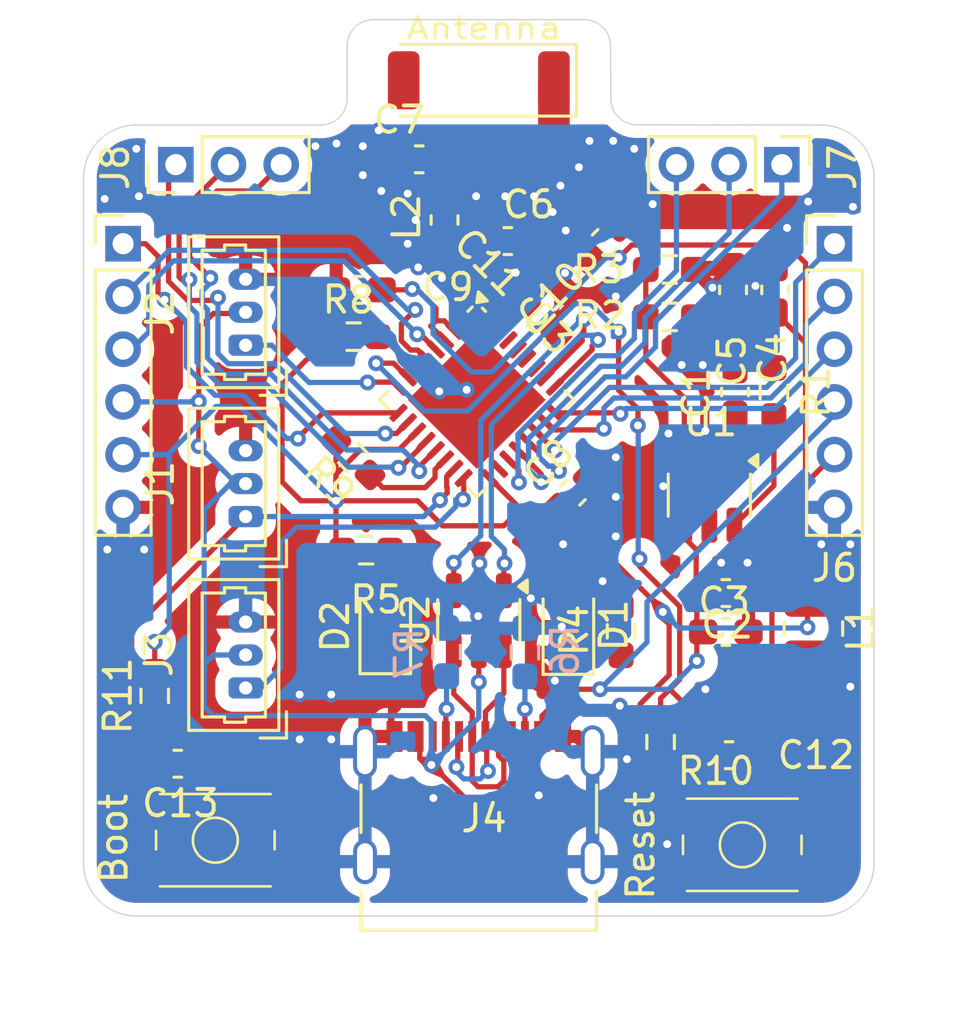
<source format=kicad_pcb>
(kicad_pcb (version 20240108) (generator "pcbnew") (generator_version "8.0")
  (title_block (title "ESP32-C3 LED Board") (date "2025-01-07") (rev "1") (company "Netz39 e.V."))
  (layers (0 "F.Cu" signal) (31 "B.Cu" signal) (34 "B.Paste" user) (35 "F.Paste" user) (36 "B.SilkS" user "B.Silkscreen") (37 "F.SilkS" user "F.Silkscreen") (38 "B.Mask" user) (39 "F.Mask" user) (44 "Edge.Cuts" user))
  (net 0 "")
  (net 1 "Net-(U1-VBST)")
  (net 2 "Net-(C1-Pad2)")
  (net 3 "+5V")
  (net 4 "GND")
  (net 5 "+3.3V")
  (net 6 "Net-(D1-A)")
  (net 7 "Net-(D2-A)")
  (net 8 "/GPIO 13")
  (net 9 "/GPIO 0")
  (net 10 "/GPIO 14")
  (net 11 "Net-(J4-CC2)")
  (net 12 "Net-(J4-CC1)")
  (net 13 "/GPIO 4")
  (net 14 "/GPIO 5")
  (net 15 "Net-(U3-CHIP_EN)")
  (net 16 "VFB")
  (net 17 "Net-(U1-SW)")
  (net 18 "D+")
  (net 19 "Net-(U3-GPIO2)")
  (net 20 "Net-(U3-GPIO8)")
  (net 21 "D-")
  (net 24 "Net-(J4-D+-PadA6)")
  (net 25 "Net-(J4-D--PadA7)")
  (net 26 "/GPIO 12")
  (net 27 "/GPIO 1")
  (net 28 "/GPIO 15")
  (net 29 "/GPIO 7")
  (net 30 "/GPIO 16")
  (net 31 "/GPIO 6")
  (net 33 "/GPIO 17")
  (net 39 "Net-(AE1-FEED)")
  (net 40 "/LED3")
  (net 41 "/Antenna")
  (net 42 "/LED2")
  (net 43 "/LED1")
  (footprint "Resistor_SMD:R_0603_1608Metric_Pad0.98x0.95mm_HandSolder" (layer "F.Cu") (at 94.500001 106.050001 -90)
    (property "Reference" "R11")
    (property "Value" "10k")
  )
  (footprint "Capacitor_SMD:C_0603_1608Metric_Pad1.08x0.95mm_HandSolder" (layer "F.Cu") (at 116.300001 108.300001)
    (property "Reference" "C12")
    (property "Value" "100 nF")
  )
  (footprint "Connector_PinHeader_2.00mm:PinHeader_1x06_P2.00mm_Vertical" (layer "F.Cu") (at 120.300001 88.900001)
    (property "Reference" "J6")
    (property "Value" "Conn_01x06")
  )
  (footprint "Capacitor_SMD:C_0603_1608Metric_Pad1.08x0.95mm_HandSolder" (layer "F.Cu") (at 104.537501 85.700001 180)
    (property "Reference" "C7")
    (property "Value" "3p3")
  )
  (footprint "Resistor_SMD:R_0603_1608Metric_Pad0.98x0.95mm_HandSolder" (layer "F.Cu") (at 102.525001 100.525001)
    (property "Reference" "R5")
    (property "Value" "560Ω")
  )
  (footprint "Capacitor_SMD:C_0603_1608Metric_Pad1.08x0.95mm_HandSolder" (layer "F.Cu") (at 95.375001 108.625001)
    (property "Reference" "C13")
    (property "Value" "100 nF")
  )
  (footprint "Capacitor_SMD:C_0603_1608Metric_Pad1.08x0.95mm_HandSolder" (layer "F.Cu") (at 111.575001 88.825001 45)
    (property "Reference" "C10")
    (property "Value" "100 nF")
  )
  (footprint "Capacitor_SMD:C_0603_1608Metric_Pad1.08x0.95mm_HandSolder" (layer "F.Cu") (at 116.525001 94.525001 90)
    (property "Reference" "C1")
    (property "Value" "100 nF")
  )
  (footprint "Connector_Molex:Molex_PicoBlade_53047-0310_1x03_P1.25mm_Vertical" (layer "F.Cu") (at 97.950001 105.750001 90)
    (property "Reference" "J3")
    (property "Value" "Conn_01x03_MountingPin")
  )
  (footprint "Connector_PinHeader_2.00mm:PinHeader_1x03_P2.00mm_Vertical" (layer "F.Cu") (at 95.300001 85.900001 90)
    (property "Reference" "J8")
    (property "Value" "Conn_01x03_Pin")
  )
  (footprint "Resistor_SMD:R_0603_1608Metric_Pad0.98x0.95mm_HandSolder" (layer "F.Cu") (at 113.700001 107.800001 90)
    (property "Reference" "R10")
    (property "Value" "10k")
  )
  (footprint "Connector_USB:USB_C_Receptacle_Palconn_UTC16-G" (layer "F.Cu") (at 106.800001 110.100001)
    (property "Reference" "J4")
    (property "Value" "USB_C_Receptacle_USB2.0_14P")
  )
  (footprint "Connector_PinHeader_2.00mm:PinHeader_1x03_P2.00mm_Vertical" (layer "F.Cu") (at 118.300001 85.900001 -90)
    (property "Reference" "J7")
    (property "Value" "Conn_01x03_Pin")
  )
  (footprint "Connector_Molex:Molex_PicoBlade_53047-0310_1x03_P1.25mm_Vertical" (layer "F.Cu") (at 97.950001 99.250001 90)
    (property "Reference" "J1")
    (property "Value" "Conn_01x03_MountingPin")
  )
  (footprint "Inductor_SMD:L_1008_2520Metric_Pad1.43x2.20mm_HandSolder" (layer "F.Cu") (at 119.500001 103.500001 90)
    (property "Reference" "L1")
    (property "Value" "10 uH")
  )
  (footprint "Resistor_SMD:R_0603_1608Metric_Pad0.98x0.95mm_HandSolder" (layer "F.Cu") (at 118.000001 94.525001 -90)
    (property "Reference" "R1")
    (property "Value" "0 Ω")
  )
  (footprint "Package_TO_SOT_SMD:SOT-23-6" (layer "F.Cu") (at 115.550001 98.437501 -90)
    (property "Reference" "U1")
    (property "Value" "TPP361061-T6TR")
  )
  (footprint "RF_Antenna:Johanson_2450AT43F0100" (layer "F.Cu") (at 106.800001 82.700001 180)
    (property "Reference" "AE1" (hide yes))
    (property "Value" "Antenna_Chip")
  )
  (footprint "Connector_PinHeader_2.00mm:PinHeader_1x06_P2.00mm_Vertical" (layer "F.Cu") (at 93.300001 88.900001)
    (property "Reference" "J5" (hide yes))
    (property "Value" "Conn_01x06")
  )
  (footprint "Resistor_SMD:R_0603_1608Metric_Pad0.98x0.95mm_HandSolder" (layer "F.Cu") (at 102.050001 92.425001)
    (property "Reference" "R8")
    (property "Value" "10kΩ")
  )
  (footprint "Resistor_SMD:R_0603_1608Metric_Pad0.98x0.95mm_HandSolder" (layer "F.Cu") (at 114.050001 91.675001 180)
    (property "Reference" "R2")
    (property "Value" "10 kΩ")
  )
  (footprint "Micro_button:Micro_button" (layer "F.Cu") (at 116.800001 111.700001)
    (property "Reference" "SW1" (hide yes))
    (property "Value" "Reset")
  )
  (footprint "Inductor_SMD:L_0603_1608Metric" (layer "F.Cu") (at 105.500001 88.000001 90)
    (property "Reference" "L2")
    (property "Value" "2n2")
  )
  (footprint "Resistor_SMD:R_0603_1608Metric_Pad0.98x0.95mm_HandSolder" (layer "F.Cu") (at 114.050001 89.875001 180)
    (property "Reference" "R3")
    (property "Value" "220kΩ")
  )
  (footprint "LED_SMD:LED_0805_2012Metric_Pad1.15x1.40mm_HandSolder" (layer "F.Cu") (at 103.250001 103.350001 90)
    (property "Reference" "D2")
    (property "Value" "LED")
  )
  (footprint "Package_TO_SOT_SMD:SOT-23-6" (layer "F.Cu") (at 106.800001 103.200001 -90)
    (property "Reference" "U2")
    (property "Value" "USBLC6-2SC6")
  )
  (footprint "Connector_Molex:Molex_PicoBlade_53047-0310_1x03_P1.25mm_Vertical" (layer "F.Cu") (at 97.950001 92.750001 90)
    (property "Reference" "J2")
    (property "Value" "Conn_01x03_MountingPin")
  )
  (footprint "Capacitor_SMD:C_0603_1608Metric_Pad1.08x0.95mm_HandSolder" (layer "F.Cu") (at 110.375001 98.350001 45)
    (property "Reference" "C8")
    (property "Value" "100 nF")
  )
  (footprint "Capacitor_SMD:C_0603_1608Metric_Pad1.08x0.95mm_HandSolder" (layer "F.Cu") (at 102.250001 90.650001 180)
    (property "Reference" "C9")
    (property "Value" "100 nF")
  )
  (footprint "LED_SMD:LED_0805_2012Metric_Pad1.15x1.40mm_HandSolder" (layer "F.Cu") (at 110.200001 103.375001 90)
    (property "Reference" "D1")
    (property "Value" "LED")
  )
  (footprint "Resistor_SMD:R_0603_1608Metric_Pad0.98x0.95mm_HandSolder" (layer "F.Cu") (at 102.025001 97.025001 -45)
    (property "Reference" "R9")
    (property "Value" "10kΩ")
  )
  (footprint "Capacitor_SMD:C_0603_1608Metric_Pad1.08x0.95mm_HandSolder" (layer "F.Cu") (at 109.150001 91.675001 -45)
    (property "Reference" "C11")
    (property "Value" "10 uF")
  )
  (footprint "Resistor_SMD:R_0603_1608Metric_Pad0.98x0.95mm_HandSolder" (layer "F.Cu") (at 112.200001 103.600001 -90)
    (property "Reference" "R4")
    (property "Value" "560Ω")
  )
  (footprint "Capacitor_SMD:C_0603_1608Metric_Pad1.08x0.95mm_HandSolder" (layer "F.Cu") (at 107.900001 88.800001)
    (property "Reference" "C6")
    (property "Value" "3p3")
  )
  (footprint "Package_DFN_QFN:QFN-32-1EP_5x5mm_P0.5mm_EP3.7x3.7mm" (layer "F.Cu") (at 106.721292 94.821292 -45)
    (property "Reference" "U3")
    (property "Value" "ESP32-C3")
  )
  (footprint "Capacitor_SMD:C_0603_1608Metric_Pad1.08x0.95mm_HandSolder" (layer "F.Cu") (at 116.450001 90.650001 -90)
    (property "Reference" "C5")
    (property "Value" "22  μF")
  )
  (footprint "Capacitor_SMD:C_0603_1608Metric_Pad1.08x0.95mm_HandSolder" (layer "F.Cu") (at 116.175001 102.150001 180)
    (property "Reference" "C2")
    (property "Value" "10 uF")
  )
  (footprint "Capacitor_SMD:C_0603_1608Metric_Pad1.08x0.95mm_HandSolder" (layer "F.Cu") (at 116.175001 103.625001 180)
    (property "Reference" "C3")
    (property "Value" "100 nF")
  )
  (footprint "Capacitor_SMD:C_0603_1608Metric_Pad1.08x0.95mm_HandSolder" (layer "F.Cu") (at 118.050001 90.650001 -90)
    (property "Reference" "C4")
    (property "Value" "22 μF")
  )
  (footprint "Micro_button:Micro_button" (layer "F.Cu") (at 96.800001 111.525001)
    (property "Reference" "SW2" (hide yes))
    (property "Value" "Boot")
  )
  (footprint "Resistor_SMD:R_0603_1608Metric_Pad0.98x0.95mm_HandSolder" (layer "B.Cu") (at 105.575001 104.387501 -90)
    (property "Reference" "R7")
    (property "Value" "5.1 kΩ")
  )
  (footprint "Resistor_SMD:R_0603_1608Metric_Pad0.98x0.95mm_HandSolder" (layer "B.Cu") (at 108.550001 104.400001 -90)
    (property "Reference" "R6")
    (property "Value" "5.1 kΩ")
  )
  (gr_arc (start 109.650001 84.600001) (mid 109.327818 85.377818) (end 108.550001 85.700001) (stroke (width 1.2)) (layer "F.Cu") (net 39))
  (gr_line (start 121.8 112.4) (end 121.800001 86.400001) (stroke (width 0.05)) (layer "Edge.Cuts"))
  (gr_arc (start 112.800001 84.389948) (mid 112.099999 84.100001) (end 111.810052 83.399999) (stroke (width 0.05)) (layer "Edge.Cuts"))
  (gr_line (start 93.800002 114.4) (end 119.8 114.4) (stroke (width 0.05)) (layer "Edge.Cuts"))
  (gr_arc (start 91.800001 86.400001) (mid 92.385791 84.985795) (end 93.800001 84.400001) (stroke (width 0.05)) (layer "Edge.Cuts"))
  (gr_arc (start 93.800002 114.4) (mid 92.385786 113.814216) (end 91.800002 112.4) (stroke (width 0.05)) (layer "Edge.Cuts"))
  (gr_line (start 119.800001 84.400001) (end 112.800001 84.38995) (stroke (width 0.05)) (layer "Edge.Cuts"))
  (gr_arc (start 101.800001 83.400001) (mid 101.507111 84.107116) (end 100.800001 84.400001) (stroke (width 0.05)) (layer "Edge.Cuts"))
  (gr_arc (start 110.800001 80.400001) (mid 111.507105 80.692897) (end 111.800001 81.400001) (stroke (width 0.05)) (layer "Edge.Cuts"))
  (gr_line (start 110.800001 80.400001) (end 102.800001 80.400001) (stroke (width 0.05)) (layer "Edge.Cuts"))
  (gr_arc (start 121.8 112.4) (mid 121.214217 113.814222) (end 119.8 114.4) (stroke (width 0.05)) (layer "Edge.Cuts"))
  (gr_line (start 100.800001 84.400001) (end 93.800001 84.400001) (stroke (width 0.05)) (layer "Edge.Cuts"))
  (gr_arc (start 101.800001 81.400001) (mid 102.092898 80.692902) (end 102.800001 80.400001) (stroke (width 0.05)) (layer "Edge.Cuts"))
  (gr_line (start 91.800001 86.400001) (end 91.800002 112.4) (stroke (width 0.05)) (layer "Edge.Cuts"))
  (gr_line (start 111.810052 83.400001) (end 111.800001 81.400001) (stroke (width 0.05)) (layer "Edge.Cuts"))
  (gr_line (start 101.800001 81.400001) (end 101.800001 83.400001) (stroke (width 0.05)) (layer "Edge.Cuts"))
  (gr_arc (start 119.800001 84.400001) (mid 121.214212 84.98579) (end 121.800001 86.400001) (stroke (width 0.05)) (layer "Edge.Cuts"))
  (gr_text "Antenna" (at 107.000001 81.200001 0) (layer "F.SilkS") (effects (font (size 0.8 1) (thickness 0.125)) (justify bottom)))
  (gr_text "Boot" (at 93.525001 113.250001 90) (layer "F.SilkS") (effects (font (size 1 1)) (justify left bottom)))
  (gr_text "Reset" (at 113.525001 113.875001 90) (layer "F.SilkS") (effects (font (size 1 1)) (justify left bottom)))
  (segment (start 116.500001 97.300001) (end 116.500001 95.412501) (width 0.2) (layer "F.Cu") (net 1))
  (segment (start 116.500001 95.412501) (end 116.525001 95.387501) (width 0.2) (layer "F.Cu") (net 1))
  (segment (start 117.950001 93.662501) (end 118.000001 93.612501) (width 0.2) (layer "F.Cu") (net 2))
  (segment (start 116.525001 93.662501) (end 117.950001 93.662501) (width 0.2) (layer "F.Cu") (net 2))
  (segment (start 115.050001 100.500001) (end 114.600001 100.050001) (width 0.2) (layer "F.Cu") (net 3))
  (segment (start 96.17162 92.103382) (end 96.17162 94.879852) (width 0.2) (layer "F.Cu") (net 3))
  (segment (start 109.000001 108.590687) (end 109.000001 107.790001) (width 0.2) (layer "F.Cu") (net 3))
  (segment (start 96.17162 94.879852) (end 96.17162 96.57162) (width 0.2) (layer "F.Cu") (net 3))
  (segment (start 109.200001 106.810001) (end 110.210001 105.800001) (width 0.2) (layer "F.Cu") (net 3))
  (segment (start 108.150001 109.440687) (end 109.000001 108.590687) (width 0.2) (layer "F.Cu") (net 3))
  (segment (start 96.17162 96.57162) (end 96.174266 96.574266) (width 0.2) (layer "F.Cu") (net 3))
  (segment (start 107.925001 109.665686) (end 108.150001 109.440687) (width 0.2) (layer "F.Cu") (net 3))
  (segment (start 109.000001 107.790001) (end 109.200001 107.590001) (width 0.2) (layer "F.Cu") (net 3))
  (segment (start 107.690687 109.900001) (end 107.925001 109.665686) (width 0.2) (layer "F.Cu") (net 3))
  (segment (start 112.200001 105.000001) (end 112.200001 104.512501) (width 0.2) (layer "F.Cu") (net 3))
  (segment (start 106.251472 109.900001) (end 107.690687 109.900001) (width 0.2) (layer "F.Cu") (net 3))
  (segment (start 115.312501 103.625001) (end 115.075001 103.387501) (width 0.2) (layer "F.Cu") (net 3))
  (segment (start 111.400001 105.800001) (end 112.200001 105.000001) (width 0.2) (layer "F.Cu") (net 3))
  (segment (start 106.800001 105.525001) (end 106.800001 104.337501) (width 0.2) (layer "F.Cu") (net 3))
  (segment (start 104.500001 107.490001) (end 104.400001 107.590001) (width 0.2) (layer "F.Cu") (net 3))
  (segment (start 105.200003 108.470001) (end 105.200003 108.848532) (width 0.2) (layer "F.Cu") (net 3))
  (segment (start 115.075001 103.862501) (end 115.312501 103.625001) (width 0.2) (layer "F.Cu") (net 3))
  (segment (start 115.075001 103.387501) (end 115.075001 102.387501) (width 0.2) (layer "F.Cu") (net 3))
  (segment (start 109.200001 107.590001) (end 109.200001 106.810001) (width 0.2) (layer "F.Cu") (net 3))
  (segment (start 115.550001 100.075001) (end 115.125001 100.500001) (width 0.2) (layer "F.Cu") (net 3))
  (segment (start 105.000001 108.670003) (end 105.200003 108.470001) (width 0.2) (layer "F.Cu") (net 3))
  (segment (start 114.600001 100.050001) (end 114.600001 99.575001) (width 0.2) (layer "F.Cu") (net 3))
  (segment (start 110.210001 105.800001) (end 111.400001 105.800001) (width 0.2) (layer "F.Cu") (net 3))
  (segment (start 115.550001 99.575001) (end 115.550001 100.075001) (width 0.2) (layer "F.Cu") (net 3))
  (segment (start 115.075001 102.387501) (end 115.312501 102.150001) (width 0.2) (layer "F.Cu") (net 3))
  (segment (start 104.560001 107.750001) (end 104.560001 108.430001) (width 0.2) (layer "F.Cu") (net 3))
  (segment (start 97.904175 91.545827) (end 96.729175 91.545827) (width 0.2) (layer "F.Cu") (net 3))
  (segment (start 96.729175 91.545827) (end 96.17162 92.103382) (width 0.2) (layer "F.Cu") (net 3))
  (segment (start 115.312501 102.150001) (end 115.050001 101.887501) (width 0.2) (layer "F.Cu") (net 3))
  (segment (start 104.560001 108.430001) (end 104.800003 108.670003) (width 0.2) (layer "F.Cu") (net 3))
  (segment (start 115.075001 104.725001) (end 115.075001 103.862501) (width 0.2) (layer "F.Cu") (net 3))
  (segment (start 104.400001 107.590001) (end 104.560001 107.750001) (width 0.2) (layer "F.Cu") (net 3))
  (segment (start 97.950001 91.500001) (end 97.904175 91.545827) (width 0.2) (layer "F.Cu") (net 3))
  (segment (start 105.200003 108.848532) (end 106.251472 109.900001) (width 0.2) (layer "F.Cu") (net 3))
  (segment (start 104.800003 108.670003) (end 105.000001 108.670003) (width 0.2) (layer "F.Cu") (net 3))
  (segment (start 115.125001 100.500001) (end 115.050001 100.500001) (width 0.2) (layer "F.Cu") (net 3))
  (segment (start 115.050001 101.887501) (end 115.050001 100.500001) (width 0.2) (layer "F.Cu") (net 3))
  (via (at 96.17162 94.879852) (size 0.6) (drill 0.3) (layers "F.Cu" "B.Cu") (net 3))
  (via (at 106.800001 105.525001) (size 0.6) (drill 0.3) (layers "F.Cu" "B.Cu") (net 3))
  (via (at 105.000001 108.670003) (size 0.6) (drill 0.3) (layers "F.Cu" "B.Cu") (net 3))
  (via (at 111.400001 105.800001) (size 0.6) (drill 0.3) (layers "F.Cu" "B.Cu") (net 3))
  (via (at 96.174266 96.574266) (size 0.6) (drill 0.3) (layers "F.Cu" "B.Cu") (net 3))
  (via (at 115.075001 104.725001) (size 0.6) (drill 0.3) (layers "F.Cu" "B.Cu") (net 3))
  (segment (start 106.800001 105.525001) (end 106.800001 106.875001) (width 0.2) (layer "B.Cu") (net 3))
  (segment (start 96.725001 106.800001) (end 96.375001 106.450001) (width 0.2) (layer "B.Cu") (net 3))
  (segment (start 113.183579 102.491422) (end 113.183579 104.016423) (width 0.2) (layer "B.Cu") (net 3))
  (segment (start 105.004999 108.670003) (end 106.800001 106.875001) (width 0.2) (layer "B.Cu") (net 3))
  (segment (start 96.17162 94.879852) (end 95.89515 94.879852) (width 0.2) (layer "B.Cu") (net 3))
  (segment (start 105.000001 108.670003) (end 105.004999 108.670003) (width 0.2) (layer "B.Cu") (net 3))
  (segment (start 120.300001 94.900001) (end 120.300001 95.375001) (width 0.2) (layer "B.Cu") (net 3))
  (segment (start 96.725001 104.500001) (end 97.950001 104.500001) (width 0.2) (layer "B.Cu") (net 3))
  (segment (start 96.174266 96.574266) (end 97.600001 98.000001) (width 0.2) (layer "B.Cu") (net 3))
  (segment (start 97.600001 98.000001) (end 97.950001 98.000001) (width 0.2) (layer "B.Cu") (net 3))
  (segment (start 97.375001 98.000001) (end 96.375001 99.000001) (width 0.2) (layer "B.Cu") (net 3))
  (segment (start 95.875001 94.900001) (end 93.300001 94.900001) (width 0.2) (layer "B.Cu") (net 3))
  (segment (start 104.775001 106.800001) (end 96.725001 106.800001) (width 0.2) (layer "B.Cu") (net 3))
  (segment (start 120.300001 95.375001) (end 113.537132 102.137869) (width 0.2) (layer "B.Cu") (net 3))
  (segment (start 105.000001 108.670003) (end 105.000001 107.025001) (width 0.2) (layer "B.Cu") (net 3))
  (segment (start 113.183579 104.016423) (end 111.400001 105.800001) (width 0.2) (layer "B.Cu") (net 3))
  (segment (start 115.075001 104.725001) (end 114.000001 105.800001) (width 0.2) (layer "B.Cu") (net 3))
  (segment (start 105.000001 107.025001) (end 104.775001 106.800001) (width 0.2) (layer "B.Cu") (net 3))
  (segment (start 96.375001 106.450001) (end 96.375001 105.100001) (width 0.2) (layer "B.Cu") (net 3))
  (segment (start 114.000001 105.800001) (end 111.400001 105.800001) (width 0.2) (layer "B.Cu") (net 3))
  (segment (start 113.537132 102.137869) (end 113.183579 102.491422) (width 0.2) (layer "B.Cu") (net 3))
  (segment (start 96.375001 99.000001) (end 96.375001 105.100001) (width 0.2) (layer "B.Cu") (net 3))
  (segment (start 96.375001 105.100001) (end 96.375001 104.850001) (width 0.2) (layer "B.Cu") (net 3))
  (segment (start 96.375001 104.850001) (end 96.725001 104.500001) (width 0.2) (layer "B.Cu") (net 3))
  (segment (start 97.950001 98.000001) (end 97.375001 98.000001) (width 0.2) (layer "B.Cu") (net 3))
  (segment (start 95.89515 94.879852) (end 95.875001 94.900001) (width 0.2) (layer "B.Cu") (net 3))
  (segment (start 106.338976 94.438976) (end 106.721292 94.821292) (width 0.5) (layer "F.Cu") (net 4))
  (segment (start 106.338967 94.438976) (end 106.338976 94.438976) (width 0.5) (layer "F.Cu") (net 4))
  (segment (start 117.300001 90.500001) (end 117.337501 90.500001) (width 0.2) (layer "F.Cu") (net 4))
  (segment (start 115.668751 90.568751) (end 115.656251 90.568751) (width 0.2) (layer "F.Cu") (net 4))
  (segment (start 109.759881 92.284881) (end 109.759881 90.319499) (width 0.2) (layer "F.Cu") (net 4))
  (segment (start 111.120001 108.170001) (end 111.120001 109.680001) (width 0.5) (layer "F.Cu") (net 4))
  (segment (start 110.531329 90.900001) (end 112.000001 90.900001) (width 0.2) (layer "F.Cu") (net 4))
  (segment (start 110.000001 107.590001) (end 110.540001 107.590001) (width 0.5) (layer "F.Cu") (net 4))
  (segment (start 105.621292 94.821292) (end 105.300001 94.500001) (width 0.5) (layer "F.Cu") (net 4))
  (segment (start 109.648594 105.473594) (end 108.975001 104.800001) (width 0.5) (layer "F.Cu") (net 4))
  (segment (start 106.800001 102.062501) (end 106.800001 103.000001) (width 0.2) (layer "F.Cu") (net 4))
  (segment (start 106.800001 102.062501) (end 106.800001 101.050001) (width 0.2) (layer "F.Cu") (net 4))
  (segment (start 109.759881 91.671449) (end 110.531329 90.900001) (width 0.2) (layer "F.Cu") (net 4))
  (segment (start 109.687881 105.473594) (end 109.648594 105.473594) (width 0.2) (layer "F.Cu") (net 4))
  (segment (start 109.9486 103.425001) (end 109.9486 104.1486) (width 0.5) (layer "F.Cu") (net 4))
  (segment (start 111.120001 108.170001) (end 111.830001 108.170001) (width 0.5) (layer "F.Cu") (net 4))
  (segment (start 109.759881 90.319499) (end 110.071187 90.008193) (width 0.2) (layer "F.Cu") (net 4))
  (segment (start 115.668751 90.568751) (end 116.450001 89.787501) (width 0.5) (layer "F.Cu") (net 4))
  (segment (start 109.759881 92.284881) (end 109.759881 91.671449) (width 0.2) (layer "F.Cu") (net 4))
  (segment (start 111.100001 109.700001) (end 111.120001 109.680001) (width 0.5) (layer "F.Cu") (net 4))
  (segment (start 117.337501 90.500001) (end 118.050001 89.787501) (width 0.5) (layer "F.Cu") (net 4))
  (segment (start 109.9486 103.425001) (end 109.100001 103.425001) (width 0.5) (layer "F.Cu") (net 4))
  (segment (start 110.312501 104.512501) (end 110.200001 104.400001) (width 0.2) (layer "F.Cu") (net 4))
  (segment (start 117.162501 90.500001) (end 116.450001 89.787501) (width 0.5) (layer "F.Cu") (net 4))
  (segment (start 110.540001 107.590001) (end 111.120001 108.170001) (width 0.5) (layer "F.Cu") (net 4))
  (segment (start 109.9486 104.1486) (end 110.200001 104.400001) (width 0.2) (layer "F.Cu") (net 4))
  (segment (start 106.800001 103.000001) (end 106.775001 103.025001) (width 0.2) (layer "F.Cu") (net 4))
  (segment (start 115.656251 90.568751) (end 114.962501 89.875001) (width 0.5) (layer "F.Cu") (net 4))
  (segment (start 106.721292 94.821292) (end 105.621292 94.821292) (width 0.5) (layer "F.Cu") (net 4))
  (segment (start 106.800001 101.050001) (end 106.825001 101.025001) (width 0.2) (layer "F.Cu") (net 4))
  (segment (start 108.762501 88.800001) (end 108.762501 89.437501) (width 0.5) (layer "F.Cu") (net 4))
  (segment (start 109.236474 105.925001) (end 109.687881 105.473594) (width 0.5) (layer "F.Cu") (net 4))
  (segment (start 109.225001 105.925001) (end 109.236474 105.925001) (width 0.2) (layer "F.Cu") (net 4))
  (segment (start 108.762501 89.437501) (end 108.200001 90.000001) (width 0.5) (layer "F.Cu") (net 4))
  (segment (start 109.100001 103.425001) (end 109.075001 103.400001) (width 0.2) (layer "F.Cu") (net 4))
  (segment (start 117.300001 90.500001) (end 117.162501 90.500001) (width 0.2) (layer "F.Cu") (net 4))
  (via (at 112.000001 97.000001) (size 0.6) (drill 0.3) (layers "F.Cu" "B.Cu") (net 4))
  (via (at 118.500001 88.300001) (size 0.6) (drill 0.3) (layers "F.Cu" "B.Cu") (net 4))
  (via (at 104.100001 88.900001) (size 0.6) (drill 0.3) (layers "F.Cu" "B.Cu") (net 4))
  (via (at 111.000001 85.000001) (size 0.6) (drill 0.3) (layers "F.Cu" "B.Cu") (net 4))
  (via (at 109.900001 86.700001) (size 0.6) (drill 0.3) (layers "F.Cu" "B.Cu") (net 4))
  (via (at 109.075001 109.825001) (size 0.6) (drill 0.3) (layers "F.Cu" "B.Cu") (net 4))
  (via (at 100.000001 106.000001) (size 0.6) (drill 0.3) (layers "F.Cu" "B.Cu") (net 4))
  (via (at 105.075001 109.925001) (size 0.6) (drill 0.3) (layers "F.Cu" "B.Cu") (net 4))
  (via (at 105.400001 90.200001) (size 0.6) (drill 0.3) (layers "F.Cu" "B.Cu") (net 4))
  (via (at 104.100001 87.000001) (size 0.6) (drill 0.3) (layers "F.Cu" "B.Cu") (net 4))
  (via (at 104.500001 89.800001) (size 0.6) (drill 0.3) (layers "F.Cu" "B.Cu") (net 4))
  (via (at 110.000001 100.300001) (size 0.6) (drill 0.3) (layers "F.Cu" "B.Cu") (net 4))
  (via (at 101.400001 85.100001) (size 0.6) (drill 0.3) (layers "F.Cu" "B.Cu") (net 4))
  (via (at 108.900001 87.100001) (size 0.6) (drill 0.3) (layers "F.Cu" "B.Cu") (net 4))
  (via (at 108.200001 90.000001) (size 0.6) (drill 0.3) (layers "F.Cu" "B.Cu") (net 4))
  (via (at 112.700001 85.300001) (size 0.6) (drill 0.3) (layers "F.Cu" "B.Cu") (net 4))
  (via (at 106.338967 94.438976) (size 0.6) (drill 0.3) (layers "F.Cu" "B.Cu") (net 4))
  (via (at 119.800001 100.300001) (size 0.6) (drill 0.3) (layers "F.Cu" "B.Cu") (net 4))
  (via (at 106.825001 101.025001) (size 0.6) (drill 0.3) (layers "F.Cu" "B.Cu") (net 4))
  (via (at 110.071187 90.008193) (size 0.6) (drill 0.3) (layers "F.Cu" "B.Cu") (net 4))
  (via (at 112.425001 108.450001) (size 0.6) (drill 0.3) (layers "F.Cu" "B.Cu") (net 4))
  (via (at 107.800001 87.100001) (size 0.6) (drill 0.3) (layers "F.Cu" "B.Cu") (net 4))
  (via (at 117.000001 101.000001) (size 0.6) (drill 0.3) (layers "F.Cu" "B.Cu") (net 4))
  (via (at 108.775001 102.350001) (size 0.6) (drill 0.3) (layers "F.Cu" "B.Cu") (net 4))
  (via (at 113.400001 87.400001) (size 0.6) (drill 0.3) (layers "F.Cu" "B.Cu") (net 4))
  (via (at 93.900001 87.100001) (size 0.6) (drill 0.3) (layers "F.Cu" "B.Cu") (net 4))
  (via (at 106.775001 103.025001) (size 0.6) (drill 0.3) (layers "F.Cu" "B.Cu") (net 4))
  (via (at 113.800001 98.100001) (size 0.6) (drill 0.3) (layers "F.Cu" "B.Cu") (net 4))
  (via (at 106.700001 87.100001) (size 0.6) (drill 0.3) (layers "F.Cu" "B.Cu") (net 4))
  (via (at 114.000001 96.100001) (size 0.6) (drill 0.3) (layers "F.Cu" "B.Cu") (net 4))
  (via (at 101.200001 106.000001) (size 0.6) (drill 0.3) (layers "F.Cu" "B.Cu") (net 4))
  (via (at 93.800001 85.300001) (size 0.6) (drill 0.3) (layers "F.Cu" "B.Cu") (net 4))
  (via (at 111.900001 85.000001) (size 0.6) (drill 0.3) (layers "F.Cu" "B.Cu") (net 4))
  (via (at 94.100001 100.500001) (size 0.6) (drill 0.3) (layers "F.Cu" "B.Cu") (net 4))
  (via (at 102.400001 86.300001) (size 0.6) (drill 0.3) (layers "F.Cu" "B.Cu") (net 4))
  (via (at 100.600001 85.200001) (size 0.6) (drill 0.3) (layers "F.Cu" "B.Cu") (net 4))
  (via (at 115.400001 96.000001) (size 0.6) (drill 0.3) (layers "F.Cu" "B.Cu") (net 4))
  (via (at 112.000001 98.500001) (size 0.6) (drill 0.3) (layers "F.Cu" "B.Cu") (net 4))
  (via (at 112.150001 106.425001) (size 0.6) (drill 0.3) (layers "F.Cu" "B.Cu") (net 4))
  (via (at 112.000001 90.900001) (size 0.6) (drill 0.3) (layers "F.Cu" "B.Cu") (net 4))
  (via (at 113.950001 111.675001) (size 0.6) (drill 0.3) (layers "F.Cu" "B.Cu") (net 4))
  (via (at 110.600001 86.000001) (size 0.6) (drill 0.3) (layers "F.Cu" "B.Cu") (net 4))
  (via (at 111.500001 101.700001) (size 0.6) (drill 0.3) (layers "F.Cu" "B.Cu") (net 4))
  (via (at 104.400001 88.000001) (size 0.6) (drill 0.3) (layers "F.Cu" "B.Cu") (net 4))
  (via (at 100.000001 107.700001) (size 0.6) (drill 0.3) (layers "F.Cu" "B.Cu") (net 4))
  (via (at 103.100001 86.900001) (size 0.6) (drill 0.3) (layers "F.Cu" "B.Cu") (net 4))
  (via (at 115.400001 105.800001) (size 0.6) (drill 0.3) (layers "F.Cu" "B.Cu") (net 4))
  (via (at 109.9486 103.425001) (size 0.6) (drill 0.3) (layers "F.Cu" "B.Cu") (net 4))
  (via (at 112.000001 100.000001) (size 0.6) (drill 0.3) (layers "F.Cu" "B.Cu") (net 4))
  (via (at 109.600001 87.700001) (size 0.6) (drill 0.3) (layers "F.Cu" "B.Cu") (net 4))
  (via (at 119.300001 87.300001) (size 0.6) (drill 0.3) (layers "F.Cu" "B.Cu") (net 4))
  (via (at 115.300001 93.500001) (size 0.6) (drill 0.3) (layers "F.Cu" "B.Cu") (net 4))
  (via (at 109.687881 105.473594) (size 0.6) (drill 0.3) (layers "F.Cu" "B.Cu") (net 4))
  (via (at 92.700001 100.500001) (size 0.6) (drill 0.3) (layers "F.Cu" "B.Cu") (net 4))
  (via (at 105.300001 94.500001) (size 0.6) (drill 0.3) (layers "F.Cu" "B.Cu") (net 4))
  (via (at 114.500001 93.500001) (size 0.6) (drill 0.3) (layers "F.Cu" "B.Cu") (net 4))
  (via (at 102.400001 85.200001) (size 0.6) (drill 0.3) (layers "F.Cu" "B.Cu") (net 4))
  (via (at 103.000001 84.600001) (size 0.6) (drill 0.3) (layers "F.Cu" "B.Cu") (net 4))
  (via (at 101.200001 107.700001) (size 0.6) (drill 0.3) (layers "F.Cu" "B.Cu") (net 4))
  (via (at 120.900001 105.700001) (size 0.6) (drill 0.3) (layers "F.Cu" "B.Cu") (net 4))
  (via (at 115.668751 90.568751) (size 0.6) (drill 0.3) (layers "F.Cu" "B.Cu") (net 4))
  (via (at 110.100001 88.400001) (size 0.6) (drill 0.3) (layers "F.Cu" "B.Cu") (net 4))
  (via (at 92.600001 87.200001) (size 0.6) (drill 0.3) (layers "F.Cu" "B.Cu") (net 4))
  (via (at 120.900001 100.300001) (size 0.6) (drill 0.3) (layers "F.Cu" "B.Cu") (net 4))
  (via (at 116.000001 101.000001) (size 0.6) (drill 0.3) (layers "F.Cu" "B.Cu") (net 4))
  (via (at 117.300001 90.500001) (size 0.6) (drill 0.3) (layers "F.Cu" "B.Cu") (net 4))
  (via (at 121.000001 87.500001) (size 0.6) (drill 0.3) (layers "F.Cu" "B.Cu") (net 4))
  (segment (start 109.9486 103.425001) (end 109.8861 103.487501) (width 0.2) (layer "B.Cu") (net 4))
  (segment (start 110.400001 108.200001) (end 110.430001 108.170001) (width 0.5) (layer "B.Cu") (net 4))
  (segment (start 111.975001 106.600001) (end 110.814288 106.600001) (width 0.5) (layer "B.Cu") (net 4))
  (segment (start 112.150001 106.425001) (end 111.975001 106.600001) (width 0.5) (layer "B.Cu") (net 4))
  (segment (start 112.145001 108.170001) (end 112.425001 108.450001) (width 0.5) (layer "B.Cu") (net 4))
  (segment (start 109.8861 103.487501) (end 108.550001 103.487501) (width 0.2) (layer "B.Cu") (net 4))
  (segment (start 111.120001 108.170001) (end 110.430001 108.170001) (width 0.5) (layer "B.Cu") (net 4))
  (segment (start 108.550001 102.575001) (end 108.775001 102.350001) (width 0.2) (layer "B.Cu") (net 4))
  (segment (start 110.814288 106.600001) (end 109.687881 105.473594) (width 0.5) (layer "B.Cu") (net 4))
  (segment (start 108.550001 103.487501) (end 108.550001 102.575001) (width 0.2) (layer "B.Cu") (net 4))
  (segment (start 111.120001 108.170001) (end 112.145001 108.170001) (width 0.5) (layer "B.Cu") (net 4))
  (segment (start 113.783579 102.866423) (end 114.025001 103.107845) (width 0.2) (layer "F.Cu") (net 5))
  (segment (start 112.925001 107.937501) (end 113.700001 108.712501) (width 0.2) (layer "F.Cu") (net 5))
  (segment (start 104.443091 90.619226) (end 105.175001 91.351136) (width 0.2) (layer "F.Cu") (net 5))
  (segment (start 119.200001 92.662501) (end 118.050001 91.512501) (width 0.2) (layer "F.Cu") (net 5))
  (segment (start 108.116117 91.716117) (end 107.648529 92.183706) (width 0.2) (layer "F.Cu") (net 5))
  (segment (start 119.500001 102.337501) (end 119.175001 102.012501) (width 0.2) (layer "F.Cu") (net 5))
  (segment (start 104.273332 90.619226) (end 104.443091 90.619226) (width 0.2) (layer "F.Cu") (net 5))
  (segment (start 99.33505 97.93505) (end 99.33505 94.227452) (width 0.2) (layer "F.Cu") (net 5))
  (segment (start 108.890121 90.942113) (end 108.116117 91.716117) (width 0.2) (layer "F.Cu") (net 5))
  (segment (start 110.000001 89.225001) (end 108.540121 90.684881) (width 0.2) (layer "F.Cu") (net 5))
  (segment (start 103.112502 90.650001) (end 104.242557 90.650001) (width 0.2) (layer "F.Cu") (net 5))
  (segment (start 119.200001 98.000001) (end 119.287501 97.912501) (width 0.2) (layer "F.Cu") (net 5))
  (segment (start 101.379766 98.650001) (end 104.475001 98.650001) (width 0.2) (layer "F.Cu") (net 5))
  (segment (start 115.125001 91.512501) (end 114.962501 91.675001) (width 0.2) (layer "F.Cu") (net 5))
  (segment (start 119.275001 103.450002) (end 119.275001 102.562501) (width 0.2) (layer "F.Cu") (net 5))
  (segment (start 103.781923 96.700001) (end 102.325001 96.700001) (width 0.2) (layer "F.Cu") (net 5))
  (segment (start 102.325001 96.700001) (end 101.379766 97.645236) (width 0.2) (layer "F.Cu") (net 5))
  (segment (start 119.287501 97.912501) (end 120.300001 96.900001) (width 0.2) (layer "F.Cu") (net 5))
  (segment (start 108.385008 98.959881) (end 109.765121 98.959881) (width 0.2) (layer "F.Cu") (net 5))
  (segment (start 105.175001 91.825001) (end 105.492768 91.825001) (width 0.2) (layer "F.Cu") (net 5))
  (segment (start 108.116117 91.716117) (end 107.900001 91.500001) (width 0.2) (layer "F.Cu") (net 5))
  (segment (start 118.516723 88.950001) (end 112.600001 88.950001) (width 0.2) (layer "F.Cu") (net 5))
  (segment (start 119.200001 89.633279) (end 118.516723 88.950001) (width 0.2) (layer "F.Cu") (net 5))
  (segment (start 114.025001 105.259315) (end 112.925001 106.359315) (width 0.2) (layer "F.Cu") (net 5))
  (segment (start 119.175001 102.012501) (end 119.175001 98.525001) (width 0.2) (layer "F.Cu") (net 5))
  (segment (start 107.216267 97.79114) (end 108.385008 98.959881) (width 0.2) (layer "F.Cu") (net 5))
  (segment (start 118.050001 91.512501) (end 116.450001 91.512501) (width 0.2) (layer "F.Cu") (net 5))
  (segment (start 104.242557 90.650001) (end 104.273332 90.619226) (width 0.2) (layer "F.Cu") (net 5))
  (segment (start 114.025001 103.107845) (end 114.025001 105.259315) (width 0.2) (layer "F.Cu") (net 5))
  (segment (start 101.379766 96.379766) (end 101.379766 98.800001) (width 0.2) (layer "F.Cu") (net 5))
  (segment (start 105.492768 91.825001) (end 105.872764 92.204997) (width 0.2) (layer "F.Cu") (net 5))
  (segment (start 107.625128 91.500001) (end 107.294976 91.830153) (width 0.2) (layer "F.Cu") (net 5))
  (segment (start 105.50855 92.55855) (end 104.975001 92.025001) (width 0.2) (layer "F.Cu") (net 5))
  (segment (start 101.379766 98.650001) (end 101.379766 98.800001) (width 0.2) (layer "F.Cu") (net 5))
  (segment (start 100.050001 98.650001) (end 99.33505 97.93505) (width 0.2) (layer "F.Cu") (net 5))
  (segment (start 108.540121 90.684881) (end 108.540121 91.065121) (width 0.2) (layer "F.Cu") (net 5))
  (segment (start 104.410942 96.023374) (end 104.45855 96.023374) (width 0.2) (layer "F.Cu") (net 5))
  (segment (start 112.115121 89.434881) (end 110.965121 89.434881) (width 0.2) (layer "F.Cu") (net 5))
  (segment (start 112.600001 88.950001) (end 112.115121 89.434881) (width 0.2) (layer "F.Cu") (net 5))
  (segment (start 101.379766 100.292266) (end 101.612501 100.525001) (width 0.2) (layer "F.Cu") (net 5))
  (segment (start 101.379766 98.800001) (end 101.379766 100.292266) (width 0.2) (layer "F.Cu") (net 5))
  (segment (start 105.175001 91.351136) (end 105.175001 91.825001) (width 0.2) (layer "F.Cu") (net 5))
  (segment (start 104.475001 98.650001) (end 105.425001 99.600001) (width 0.2) (layer "F.Cu") (net 5))
  (segment (start 110.965121 89.434881) (end 110.755241 89.225001) (width 0.2) (layer "F.Cu") (net 5))
  (segment (start 104.45855 96.023374) (end 103.781923 96.700001) (width 0.2) (layer "F.Cu") (net 5))
  (segment (start 105.425001 99.600001) (end 107.744888 99.600001) (width 0.2) (layer "F.Cu") (net 5))
  (segment (start 116.450001 91.512501) (end 115.125001 91.512501) (width 0.2) (layer "F.Cu") (net 5))
  (segment (start 107.744888 99.600001) (end 108.385008 98.959881) (width 0.2) (layer "F.Cu") (net 5))
  (segment (start 105.51921 92.55855) (end 105.50855 92.55855) (width 0.2) (layer "F.Cu") (net 5))
  (segment (start 119.200001 98.500001) (end 119.200001 98.000001) (width 0.2) (layer "F.Cu") (net 5))
  (segment (start 99.33505 94.227452) (end 101.137501 92.425001) (width 0.2) (layer "F.Cu") (net 5))
  (segment (start 119.175001 98.525001) (end 119.200001 98.500001) (width 0.2) (layer "F.Cu") (net 5))
  (segment (start 110.755241 89.225001) (end 110.000001 89.225001) (width 0.2) (layer "F.Cu") (net 5))
  (segment (start 104.975001 92.025001) (end 105.175001 91.825001) (width 0.2) (layer "F.Cu") (net 5))
  (segment (start 94.500001 105.137501) (end 94.500001 104.000001) (width 0.2) (layer "F.Cu") (net 5))
  (segment (start 119.200001 98.000001) (end 119.200001 92.662501) (width 0.2) (layer "F.Cu") (net 5))
  (segment (start 112.925001 106.359315) (end 112.925001 107.937501) (width 0.2) (layer "F.Cu") (net 5))
  (segment (start 107.900001 91.500001) (end 107.625128 91.500001) (width 0.2) (layer "F.Cu") (net 5))
  (segment (start 101.379766 98.650001) (end 100.050001 98.650001) (width 0.2) (layer "F.Cu") (net 5))
  (segment (start 108.890121 90.915121) (end 108.890121 90.942113) (width 0.2) (layer "F.Cu") (net 5))
  (segment (start 109.934881 98.959881) (end 109.765121 98.959881) (width 0.2) (layer "F.Cu") (net 5))
  (segment (start 119.275001 102.562501) (end 119.500001 102.337501) (width 0.2) (layer "F.Cu") (net 5))
  (segment (start 113.783579 102.866423) (end 113.783579 102.808579) (width 0.2) (layer "F.Cu") (net 5))
  (segment (start 119.200001 92.662501) (end 119.200001 89.633279) (width 0.2) (layer "F.Cu") (net 5))
  (segment (start 101.379766 97.645236) (end 101.379766 98.650001) (width 0.2) (layer "F.Cu") (net 5))
  (segment (start 113.783579 102.808579) (end 109.934881 98.959881) (width 0.2) (layer "F.Cu") (net 5))
  (via (at 119.275001 103.450002) (size 0.6) (drill 0.3) (layers "F.Cu" "B.Cu") (net 5))
  (via (at 113.783579 102.866423) (size 0.6) (drill 0.3) (layers "F.Cu" "B.Cu") (net 5))
  (via (at 94.500001 104.000001) (size 0.6) (drill 0.3) (layers "F.Cu" "B.Cu") (net 5))
  (via (at 112.115121 89.434881) (size 0.6) (drill 0.3) (layers "F.Cu" "B.Cu") (net 5))
  (via (at 101.379766 98.650001) (size 0.6) (drill 0.3) (layers "F.Cu" "B.Cu") (net 5))
  (via (at 104.273332 90.619226) (size 0.6) (drill 0.3) (layers "F.Cu" "B.Cu") (net 5))
  (segment (start 104.273332 90.619226) (end 104.443091 90.619226) (width 0.2) (layer "B.Cu") (net 5))
  (segment (start 96.825001 95.075001) (end 95.000001 96.900001) (width 0.2) (layer "B.Cu") (net 5))
  (segment (start 104.443091 90.619226) (end 105.060505 91.23664) (width 0.2) (layer "B.Cu") (net 5))
  (segment (start 95.000001 96.900001) (end 93.300001 96.900001) (width 0.2) (layer "B.Cu") (net 5))
  (segment (start 119.275001 103.450002) (end 119.250002 103.475001) (width 0.2) (layer "B.Cu") (net 5))
  (segment (start 99.349266 96.689952) (end 99.114952 96.455637) (width 0.2) (layer "B.Cu") (net 5))
  (segment (start 101.309315 98.650001) (end 99.349266 96.689952) (width 0.2) (layer "B.Cu") (net 5))
  (segment (start 97.734315 95.075001) (end 96.825001 95.075001) (width 0.2) (layer "B.Cu") (net 5))
  (segment (start 101.379766 98.650001) (end 101.309315 98.650001) (width 0.2) (layer "B.Cu") (net 5))
  (segment (start 105.060505 91.23664) (end 105.060505 92.311985) (width 0.2) (layer "B.Cu") (net 5))
  (segment (start 95.050001 103.450001) (end 95.050001 96.950001) (width 0.2) (layer "B.Cu") (net 5))
  (segment (start 95.050001 96.950001) (end 95.000001 96.900001) (width 0.2) (layer "B.Cu") (net 5))
  (segment (start 99.114952 96.455637) (end 97.734315 95.075001) (width 0.2) (layer "B.Cu") (net 5))
  (segment (start 105.060505 92.311985) (end 106.514261 93.765741) (width 0.2) (layer "B.Cu") (net 5))
  (segment (start 111.625907 89.434881) (end 112.115121 89.434881) (width 0.2) (layer "B.Cu") (net 5))
  (segment (start 114.392157 103.475001) (end 113.783579 102.866423) (width 0.2) (layer "B.Cu") (net 5))
  (segment (start 106.514261 93.765741) (end 107.295047 93.765741) (width 0.2) (layer "B.Cu") (net 5))
  (segment (start 119.250002 103.475001) (end 114.392157 103.475001) (width 0.2) (layer "B.Cu") (net 5))
  (segment (start 94.500001 104.000001) (end 95.050001 103.450001) (width 0.2) (layer "B.Cu") (net 5))
  (segment (start 107.295047 93.765741) (end 111.625907 89.434881) (width 0.2) (layer "B.Cu") (net 5))
  (segment (start 110.537501 102.687501) (end 110.200001 102.350001) (width 0.2) (layer "F.Cu") (net 6))
  (segment (start 112.200001 102.687501) (end 110.537501 102.687501) (width 0.2) (layer "F.Cu") (net 6))
  (segment (start 103.437501 102.137501) (end 103.250001 102.325001) (width 0.2) (layer "F.Cu") (net 7))
  (segment (start 103.437501 100.525001) (end 103.437501 102.137501) (width 0.2) (layer "F.Cu") (net 7))
  (segment (start 108.687501 97.141054) (end 108.687501 97.151716) (width 0.2) (layer "F.Cu") (net 8))
  (segment (start 109.164667 97.628882) (end 109.164667 97.943838) (width 0.2) (layer "F.Cu") (net 8))
  (segment (start 108.276927 96.73048) (end 108.687501 97.141054) (width 0.2) (layer "F.Cu") (net 8))
  (segment (start 108.687501 97.151716) (end 109.164667 97.628882) (width 0.2) (layer "F.Cu") (net 8))
  (via (at 109.164667 97.943838) (size 0.6) (drill 0.3) (layers "F.Cu" "B.Cu") (net 8))
  (segment (start 108.687501 96.291914) (end 111.429414 93.550001) (width 0.2) (layer "B.Cu") (net 8))
  (segment (start 108.687501 97.466672) (end 108.687501 96.291914) (width 0.2) (layer "B.Cu") (net 8))
  (segment (start 113.105446 91.685242) (end 116.300001 88.490687) (width 0.2) (layer "B.Cu") (net 8))
  (segment (start 112.209314 93.550001) (end 112.443628 93.315686) (width 0.2) (layer "B.Cu") (net 8))
  (segment (start 112.443628 93.315686) (end 113.105446 92.653869) (width 0.2) (layer "B.Cu") (net 8))
  (segment (start 116.300001 88.490687) (end 116.300001 85.900001) (width 0.2) (layer "B.Cu") (net 8))
  (segment (start 111.429414 93.550001) (end 112.209314 93.550001) (width 0.2) (layer "B.Cu") (net 8))
  (segment (start 109.164667 97.943838) (end 108.687501 97.466672) (width 0.2) (layer "B.Cu") (net 8))
  (segment (start 113.105446 92.653869) (end 113.105446 91.685242) (width 0.2) (layer "B.Cu") (net 8))
  (segment (start 104.587252 92.333699) (end 105.165657 92.912104) (width 0.2) (layer "F.Cu") (net 9))
  (segment (start 104.460505 92.333699) (end 104.587252 92.333699) (width 0.2) (layer "F.Cu") (net 9))
  (via (at 104.460505 92.333699) (size 0.6) (drill 0.3) (layers "F.Cu" "B.Cu") (net 9))
  (segment (start 95.215687 89.550001) (end 94.275001 90.490687) (width 0.2) (layer "B.Cu") (net 9))
  (segment (start 104.460505 92.333699) (end 101.676807 89.550001) (width 0.2) (layer "B.Cu") (net 9))
  (segment (start 93.625001 92.900001) (end 93.300001 92.900001) (width 0.2) (layer "B.Cu") (net 9))
  (segment (start 94.275001 92.250001) (end 93.625001 92.900001) (width 0.2) (layer "B.Cu") (net 9))
  (segment (start 94.275001 90.490687) (end 94.275001 92.250001) (width 0.2) (layer "B.Cu") (net 9))
  (segment (start 101.676807 89.550001) (end 95.215687 89.550001) (width 0.2) (layer "B.Cu") (net 9))
  (segment (start 109.087501 96.833948) (end 108.63048 96.376927) (width 0.2) (layer "F.Cu") (net 10))
  (segment (start 109.438972 97.337501) (end 109.087501 96.98603) (width 0.2) (layer "F.Cu") (net 10))
  (segment (start 109.087501 96.98603) (end 109.087501 96.833948) (width 0.2) (layer "F.Cu") (net 10))
  (segment (start 118.300001 85.900001) (end 118.300001 86.200001) (width 0.2) (layer "F.Cu") (net 10))
  (segment (start 109.659928 97.337501) (end 109.438972 97.337501) (width 0.2) (layer "F.Cu") (net 10))
  (segment (start 109.844395 97.521968) (end 109.659928 97.337501) (width 0.2) (layer "F.Cu") (net 10))
  (via (at 109.844395 97.521968) (size 0.6) (drill 0.3) (layers "F.Cu" "B.Cu") (net 10))
  (segment (start 118.300001 87.056373) (end 118.300001 85.900001) (width 0.2) (layer "B.Cu") (net 10))
  (segment (start 113.505446 91.850928) (end 118.300001 87.056373) (width 0.2) (layer "B.Cu") (net 10))
  (segment (start 109.844395 97.337501) (end 109.438972 97.337501) (width 0.2) (layer "B.Cu") (net 10))
  (segment (start 111.5951 93.950001) (end 112.374999 93.950001) (width 0.2) (layer "B.Cu") (net 10))
  (segment (start 109.087501 96.98603) (end 109.087501 96.4576) (width 0.2) (layer "B.Cu") (net 10))
  (segment (start 113.505446 92.819553) (end 113.505446 91.850928) (width 0.2) (layer "B.Cu") (net 10))
  (segment (start 112.374999 93.950001) (end 112.609314 93.715685) (width 0.2) (layer "B.Cu") (net 10))
  (segment (start 109.087501 96.4576) (end 111.5951 93.950001) (width 0.2) (layer "B.Cu") (net 10))
  (segment (start 109.438972 97.337501) (end 109.087501 96.98603) (width 0.2) (layer "B.Cu") (net 10))
  (segment (start 109.844395 97.521968) (end 109.844395 97.337501) (width 0.2) (layer "B.Cu") (net 10))
  (segment (start 112.609314 93.715685) (end 113.505446 92.819553) (width 0.2) (layer "B.Cu") (net 10))
  (segment (start 108.550001 107.590001) (end 108.550001 106.550001) (width 0.2) (layer "F.Cu") (net 11))
  (via (at 108.550001 106.550001) (size 0.6) (drill 0.3) (layers "F.Cu" "B.Cu") (net 11))
  (segment (start 108.550001 106.550001) (end 108.550001 105.312501) (width 0.2) (layer "B.Cu") (net 11))
  (segment (start 105.550001 106.575001) (end 105.575001 106.550001) (width 0.2) (layer "F.Cu") (net 12))
  (segment (start 105.550001 107.590001) (end 105.550001 106.575001) (width 0.2) (layer "F.Cu") (net 12))
  (via (at 105.575001 106.550001) (size 0.6) (drill 0.3) (layers "F.Cu" "B.Cu") (net 12))
  (segment (start 105.575001 106.550001) (end 105.575001 105.300001) (width 0.2) (layer "B.Cu") (net 12))
  (segment (start 94.625001 90.773528) (end 94.625001 89.375001) (width 0.2) (layer "F.Cu") (net 13))
  (segment (start 100.883735 95.316267) (end 103.751444 95.316267) (width 0.2) (layer "F.Cu") (net 13))
  (segment (start 99.93505 96.289952) (end 99.93505 96.264952) (width 0.2) (layer "F.Cu") (net 13))
  (segment (start 94.875001 91.023528) (end 94.625001 90.773528) (width 0.2) (layer "F.Cu") (net 13))
  (segment (start 94.150001 88.900001) (end 93.300001 88.900001) (width 0.2) (layer "F.Cu") (net 13))
  (segment (start 99.93505 96.264952) (end 100.883735 95.316267) (width 0.2) (layer "F.Cu") (net 13))
  (segment (start 94.625001 89.375001) (end 94.150001 88.900001) (width 0.2) (layer "F.Cu") (net 13))
  (segment (start 103.751444 95.316267) (end 103.56771 95.500001) (width 0.2) (layer "F.Cu") (net 13))
  (via (at 94.875001 91.023528) (size 0.6) (drill 0.3) (layers "F.Cu" "B.Cu") (net 13))
  (via (at 99.93505 96.289952) (size 0.6) (drill 0.3) (layers "F.Cu" "B.Cu") (net 13))
  (segment (start 96.790298 94.650001) (end 95.701231 93.560934) (width 0.2) (layer "B.Cu") (net 13))
  (segment (start 99.93505 96.289952) (end 99.514952 96.289952) (width 0.2) (layer "B.Cu") (net 13))
  (segment (start 95.701231 93.560934) (end 95.701231 91.849758) (width 0.2) (layer "B.Cu") (net 13))
  (segment (start 97.875001 94.650001) (end 96.790298 94.650001) (width 0.2) (layer "B.Cu") (net 13))
  (segment (start 95.701231 91.849758) (end 94.875001 91.023528) (width 0.2) (layer "B.Cu") (net 13))
  (segment (start 99.514952 96.289952) (end 97.875001 94.650001) (width 0.2) (layer "B.Cu") (net 13))
  (segment (start 95.025001 90.325001) (end 95.025001 86.175001) (width 0.2) (layer "F.Cu") (net 14))
  (segment (start 103.674816 96.100001) (end 104.104997 95.66982) (width 0.2) (layer "F.Cu") (net 14))
  (segment (start 103.250001 96.100001) (end 103.674816 96.100001) (width 0.2) (layer "F.Cu") (net 14))
  (segment (start 95.750001 91.050001) (end 95.025001 90.325001) (width 0.2) (layer "F.Cu") (net 14))
  (segment (start 96.901231 90.945827) (end 96.797057 91.050001) (width 0.2) (layer "F.Cu") (net 14))
  (segment (start 96.797057 91.050001) (end 95.750001 91.050001) (width 0.2) (layer "F.Cu") (net 14))
  (segment (start 95.025001 86.175001) (end 95.300001 85.900001) (width 0.2) (layer "F.Cu") (net 14))
  (via (at 103.250001 96.100001) (size 0.6) (drill 0.3) (layers "F.Cu" "B.Cu") (net 14))
  (via (at 96.901231 90.945827) (size 0.6) (drill 0.3) (layers "F.Cu" "B.Cu") (net 14))
  (segment (start 96.901231 90.945827) (end 96.901231 93.063879) (width 0.2) (layer "B.Cu") (net 14))
  (segment (start 101.725001 96.100001) (end 103.250001 96.100001) (width 0.2) (layer "B.Cu") (net 14))
  (segment (start 99.075001 93.450001) (end 101.725001 96.100001) (width 0.2) (layer "B.Cu") (net 14))
  (segment (start 96.901231 93.063879) (end 97.287353 93.450001) (width 0.2) (layer "B.Cu") (net 14))
  (segment (start 97.287353 93.450001) (end 99.075001 93.450001) (width 0.2) (layer "B.Cu") (net 14))
  (segment (start 115.437501 108.300001) (end 115.437501 107.187501) (width 0.2) (layer "F.Cu") (net 15))
  (segment (start 112.840643 95.793762) (end 112.840643 95.167114) (width 0.2) (layer "F.Cu") (net 15))
  (segment (start 114.425001 105.425001) (end 114.050001 105.800001) (width 0.2) (layer "F.Cu") (net 15))
  (segment (start 115.437501 109.737501) (end 115.437501 108.300001) (width 0.2) (layer "F.Cu") (net 15))
  (segment (start 112.899266 101.13358) (end 114.425001 102.659315) (width 0.2) (layer "F.Cu") (net 15))
  (segment (start 114.050001 105.800001) (end 113.700001 106.150001) (width 0.2) (layer "F.Cu") (net 15))
  (segment (start 112.899266 100.850736) (end 112.899266 101.13358) (width 0.2) (layer "F.Cu") (net 15))
  (segment (start 112.400001 94.750001) (end 112.105446 94.455446) (width 0.2) (layer "F.Cu") (net 15))
  (segment (start 114.425001 102.659315) (end 114.425001 105.425001) (width 0.2) (layer "F.Cu") (net 15))
  (segment (start 114.050001 105.800001) (end 115.437501 107.187501) (width 0.2) (layer "F.Cu") (net 15))
  (segment (start 114.525001 110.650001) (end 115.437501 109.737501) (width 0.2) (layer "F.Cu") (net 15))
  (segment (start 112.105446 94.455446) (end 112.105446 92.239654) (width 0.2) (layer "F.Cu") (net 15))
  (segment (start 113.700001 106.150001) (end 113.700001 106.887501) (width 0.2) (layer "F.Cu") (net 15))
  (segment (start 103.564916 93.432683) (end 104.104997 93.972764) (width 0.2) (layer "F.Cu") (net 15))
  (segment (start 102.902674 93.432683) (end 103.564916 93.432683) (width 0.2) (layer "F.Cu") (net 15))
  (segment (start 112.42353 94.750001) (end 112.400001 94.750001) (width 0.2) (layer "F.Cu") (net 15))
  (segment (start 113.825001 106.762501) (end 113.700001 106.887501) (width 0.2) (layer "F.Cu") (net 15))
  (segment (start 112.840643 95.167114) (end 112.42353 94.750001) (width 0.2) (layer "F.Cu") (net 15))
  (segment (start 114.525001 110.650001) (end 119.050001 110.650001) (width 0.2) (layer "F.Cu") (net 15))
  (via (at 112.840643 95.793762) (size 0.6) (drill 0.3) (layers "F.Cu" "B.Cu") (net 15))
  (via (at 112.105446 92.239654) (size 0.6) (drill 0.3) (layers "F.Cu" "B.Cu") (net 15))
  (via (at 102.902674 93.432683) (size 0.6) (drill 0.3) (layers "F.Cu" "B.Cu") (net 15))
  (via (at 112.899266 100.850736) (size 0.6) (drill 0.3) (layers "F.Cu" "B.Cu") (net 15))
  (segment (start 112.850001 100.801471) (end 112.850001 95.80312) (width 0.2) (layer "B.Cu") (net 15))
  (segment (start 111.927506 92.417594) (end 112.105446 92.239654) (width 0.2) (layer "B.Cu") (net 15))
  (segment (start 111.907408 92.417594) (end 111.927506 92.417594) (width 0.2) (layer "B.Cu") (net 15))
  (segment (start 112.825001 95.809404) (end 112.840643 95.793762) (width 0.2) (layer "B.Cu") (net 15))
  (segment (start 112.899266 100.850736) (end 112.850001 100.801471) (width 0.2) (layer "B.Cu") (net 15))
  (segment (start 111.907408 92.047107) (end 111.907408 92.417594) (width 0.2) (layer "B.Cu") (net 15))
  (segment (start 111.035302 91.175001) (end 111.907408 92.047107) (width 0.2) (layer "B.Cu") (net 15))
  (segment (start 110.451472 91.175001) (end 111.035302 91.175001) (width 0.2) (layer "B.Cu") (net 15))
  (segment (start 102.902674 93.432683) (end 104.719992 95.250001) (width 0.2) (layer "B.Cu") (net 15))
  (segment (start 112.850001 95.80312) (end 112.840643 95.793762) (width 0.2) (layer "B.Cu") (net 15))
  (segment (start 106.376472 95.250001) (end 110.451472 91.175001) (width 0.2) (layer "B.Cu") (net 15))
  (segment (start 104.719992 95.250001) (end 106.376472 95.250001) (width 0.2) (layer "B.Cu") (net 15))
  (segment (start 113.137501 91.675001) (end 113.137501 89.875001) (width 0.2) (layer "F.Cu") (net 16))
  (segment (start 113.137501 91.675001) (end 113.137501 93.287501) (width 0.2) (layer "F.Cu") (net 16))
  (segment (start 113.137501 93.287501) (end 114.600001 94.750001) (width 0.2) (layer "F.Cu") (net 16))
  (segment (start 114.600001 94.750001) (end 114.600001 97.300001) (width 0.2) (layer "F.Cu") (net 16))
  (segment (start 118.000001 95.437501) (end 118.000001 98.075001) (width 0.2) (layer "F.Cu") (net 17))
  (segment (start 118.337501 104.662501) (end 117.925001 104.250001) (width 0.2) (layer "F.Cu") (net 17))
  (segment (start 117.925001 104.250001) (end 117.925001 101.000001) (width 0.2) (layer "F.Cu") (net 17))
  (segment (start 117.925001 101.000001) (end 116.500001 99.575001) (width 0.2) (layer "F.Cu") (net 17))
  (segment (start 119.500001 104.662501) (end 118.337501 104.662501) (width 0.2) (layer "F.Cu") (net 17))
  (segment (start 118.000001 98.075001) (end 116.500001 99.575001) (width 0.2) (layer "F.Cu") (net 17))
  (segment (start 110.786775 92.236898) (end 110.722201 92.301472) (width 0.2) (layer "F.Cu") (net 18))
  (segment (start 110.722201 92.58815) (end 109.337587 93.972764) (width 0.2) (layer "F.Cu") (net 18))
  (segment (start 105.925001 101.987501) (end 105.850001 102.062501) (width 0.2) (layer "F.Cu") (net 18))
  (segment (start 110.722201 92.301472) (end 110.722201 92.58815) (width 0.2) (layer "F.Cu") (net 18))
  (segment (start 105.850001 101.000001) (end 105.850001 102.062501) (width 0.2) (layer "F.Cu") (net 18))
  (segment (start 110.786775 91.775001) (end 110.786775 92.236898) (width 0.2) (layer "F.Cu") (net 18))
  (via (at 110.786775 91.775001) (size 0.6) (drill 0.3) (layers "F.Cu" "B.Cu") (net 18))
  (via (at 105.850001 101.000001) (size 0.6) (drill 0.3) (layers "F.Cu" "B.Cu") (net 18))
  (segment (start 106.875001 95.600001) (end 106.875001 99.975001) (width 0.2) (layer "B.Cu") (net 18))
  (segment (start 106.875001 99.975001) (end 105.850001 101.000001) (width 0.2) (layer "B.Cu") (net 18))
  (segment (start 110.700001 91.775001) (end 106.875001 95.600001) (width 0.2) (layer "B.Cu") (net 18))
  (segment (start 110.786775 91.775001) (end 110.700001 91.775001) (width 0.2) (layer "B.Cu") (net 18))
  (segment (start 104.04629 93.333699) (end 103.137592 92.425001) (width 0.2) (layer "F.Cu") (net 19))
  (segment (start 104.45855 93.61921) (end 104.173039 93.333699) (width 0.2) (layer "F.Cu") (net 19))
  (segment (start 103.137592 92.425001) (end 102.962501 92.425001) (width 0.2) (layer "F.Cu") (net 19))
  (segment (start 104.173039 93.333699) (end 104.04629 93.333699) (width 0.2) (layer "F.Cu") (net 19))
  (segment (start 105.139542 97.463702) (end 105.139542 97.77502) (width 0.2) (layer "F.Cu") (net 20))
  (segment (start 105.51921 97.084034) (end 105.139542 97.463702) (width 0.2) (layer "F.Cu") (net 20))
  (segment (start 105.139542 97.77502) (end 104.764561 98.150001) (width 0.2) (layer "F.Cu") (net 20))
  (segment (start 104.764561 98.150001) (end 103.150001 98.150001) (width 0.2) (layer "F.Cu") (net 20))
  (segment (start 103.150001 98.150001) (end 102.670236 97.670236) (width 0.2) (layer "F.Cu") (net 20))
  (segment (start 111.100001 92.917456) (end 109.69114 94.326317) (width 0.2) (layer "F.Cu") (net 21))
  (segment (start 111.100001 92.772201) (end 111.100001 92.917456) (width 0.2) (layer "F.Cu") (net 21))
  (segment (start 107.750001 101.050001) (end 107.775001 101.025001) (width 0.2) (layer "F.Cu") (net 21))
  (segment (start 107.750001 102.062501) (end 107.750001 101.050001) (width 0.2) (layer "F.Cu") (net 21))
  (segment (start 111.322201 92.550001) (end 111.100001 92.772201) (width 0.2) (layer "F.Cu") (net 21))
  (segment (start 107.750001 102.062501) (end 107.887501 102.062501) (width 0.2) (layer "F.Cu") (net 21))
  (via (at 111.322201 92.550001) (size 0.6) (drill 0.3) (layers "F.Cu" "B.Cu") (net 21))
  (via (at 107.775001 101.025001) (size 0.6) (drill 0.3) (layers "F.Cu" "B.Cu") (net 21))
  (segment (start 107.775001 100.500001) (end 107.775001 101.025001) (width 0.2) (layer "B.Cu") (net 21))
  (segment (start 110.665687 92.375001) (end 107.275001 95.765687) (width 0.2) (layer "B.Cu") (net 21))
  (segment (start 107.275001 100.000001) (end 107.775001 100.500001) (width 0.2) (layer "B.Cu") (net 21))
  (segment (start 111.147201 92.375001) (end 110.665687 92.375001) (width 0.2) (layer "B.Cu") (net 21))
  (segment (start 107.275001 95.765687) (end 107.275001 100.000001) (width 0.2) (layer "B.Cu") (net 21))
  (segment (start 111.322201 92.550001) (end 111.147201 92.375001) (width 0.2) (layer "B.Cu") (net 21))
  (segment (start 107.550001 108.325001) (end 107.750001 108.525001) (width 0.2) (layer "F.Cu") (net 24))
  (segment (start 106.775001 109.500001) (end 106.550001 109.275001) (width 0.2) (layer "F.Cu") (net 24))
  (segment (start 107.550001 107.590001) (end 107.550001 108.325001) (width 0.2) (layer "F.Cu") (net 24))
  (segment (start 107.750001 108.525001) (end 107.750001 109.275001) (width 0.2) (layer "F.Cu") (net 24))
  (segment (start 106.550001 109.275001) (end 106.550001 107.590001) (width 0.2) (layer "F.Cu") (net 24))
  (segment (start 105.850001 105.975001) (end 106.550001 106.675001) (width 0.2) (layer "F.Cu") (net 24))
  (segment (start 107.750001 109.275001) (end 107.525001 109.500001) (width 0.2) (layer "F.Cu") (net 24))
  (segment (start 105.850001 104.337501) (end 105.850001 105.975001) (width 0.2) (layer "F.Cu") (net 24))
  (segment (start 106.550001 106.675001) (end 106.550001 107.590001) (width 0.2) (layer "F.Cu") (net 24))
  (segment (start 107.525001 109.500001) (end 106.775001 109.500001) (width 0.2) (layer "F.Cu") (net 24))
  (segment (start 107.750001 105.950001) (end 107.050001 106.650001) (width 0.2) (layer "F.Cu") (net 25))
  (segment (start 107.050001 106.650001) (end 107.050001 107.590001) (width 0.2) (layer "F.Cu") (net 25))
  (segment (start 107.750001 104.337501) (end 107.750001 105.950001) (width 0.2) (layer "F.Cu") (net 25))
  (segment (start 105.950001 108.750001) (end 106.000001 108.700001) (width 0.2) (layer "F.Cu") (net 25))
  (segment (start 107.100001 108.850001) (end 107.100001 107.640001) (width 0.2) (layer "F.Cu") (net 25))
  (segment (start 107.100001 107.640001) (end 107.050001 107.590001) (width 0.2) (layer "F.Cu") (net 25))
  (segment (start 106.000001 107.640001) (end 106.050001 107.590001) (width 0.2) (layer "F.Cu") (net 25))
  (segment (start 107.150001 108.900001) (end 107.100001 108.850001) (width 0.2) (layer "F.Cu") (net 25))
  (segment (start 106.000001 108.700001) (end 106.000001 107.640001) (width 0.2) (layer "F.Cu") (net 25))
  (via (at 105.950001 108.750001) (size 0.6) (drill 0.3) (layers "F.Cu" "B.Cu") (net 25))
  (via (at 107.150001 108.900001) (size 0.6) (drill 0.3) (layers "F.Cu" "B.Cu") (net 25))
  (segment (start 107.150001 108.900001) (end 106.850001 109.200001) (width 0.2) (layer "B.Cu") (net 25))
  (segment (start 105.950001 108.925001) (end 105.950001 108.750001) (width 0.2) (layer "B.Cu") (net 25))
  (segment (start 106.225001 109.200001) (end 105.950001 108.925001) (width 0.2) (layer "B.Cu") (net 25))
  (segment (start 106.850001 109.200001) (end 106.225001 109.200001) (width 0.2) (layer "B.Cu") (net 25))
  (segment (start 107.923374 97.084034) (end 108.323651 97.484311) (width 0.2) (layer "F.Cu") (net 26))
  (segment (start 108.323651 97.484311) (end 108.323651 97.951352) (width 0.2) (layer "F.Cu") (net 26))
  (via (at 108.323651 97.951352) (size 0.6) (drill 0.3) (layers "F.Cu" "B.Cu") (net 26))
  (segment (start 108.287501 96.126228) (end 111.263728 93.150001) (width 0.2) (layer "B.Cu") (net 26))
  (segment (start 112.043628 93.150001) (end 112.705446 92.488183) (width 0.2) (layer "B.Cu") (net 26))
  (segment (start 108.323651 97.951352) (end 108.287501 97.915202) (width 0.2) (layer "B.Cu") (net 26))
  (segment (start 114.300001 89.925001) (end 114.300001 85.900001) (width 0.2) (layer "B.Cu") (net 26))
  (segment (start 108.287501 97.915202) (end 108.287501 96.126228) (width 0.2) (layer "B.Cu") (net 26))
  (segment (start 111.263728 93.150001) (end 112.043628 93.150001) (width 0.2) (layer "B.Cu") (net 26))
  (segment (start 112.705446 91.519556) (end 114.300001 89.925001) (width 0.2) (layer "B.Cu") (net 26))
  (segment (start 112.705446 92.488183) (end 112.705446 91.519556) (width 0.2) (layer "B.Cu") (net 26))
  (segment (start 104.211976 92.933699) (end 103.860505 92.582228) (width 0.2) (layer "F.Cu") (net 27))
  (segment (start 103.860505 92.582228) (end 103.860505 91.937193) (width 0.2) (layer "F.Cu") (net 27))
  (segment (start 103.860505 91.937193) (end 104.386517 91.411181) (width 0.2) (layer "F.Cu") (net 27))
  (segment (start 93.300001 90.975001) (end 93.275001 91.000001) (width 0.2) (layer "F.Cu") (net 27))
  (segment (start 104.812104 93.265657) (end 104.480146 92.933699) (width 0.2) (layer "F.Cu") (net 27))
  (segment (start 93.300001 90.900001) (end 93.300001 90.975001) (width 0.2) (layer "F.Cu") (net 27))
  (segment (start 104.480146 92.933699) (end 104.211976 92.933699) (width 0.2) (layer "F.Cu") (net 27))
  (via (at 104.386517 91.411181) (size 0.6) (drill 0.3) (layers "F.Cu" "B.Cu") (net 27))
  (segment (start 95.050001 89.150001) (end 101.842493 89.150001) (width 0.2) (layer "B.Cu") (net 27))
  (segment (start 101.842493 89.150001) (end 104.103673 91.411181) (width 0.2) (layer "B.Cu") (net 27))
  (segment (start 93.300001 90.900001) (end 95.050001 89.150001) (width 0.2) (layer "B.Cu") (net 27))
  (segment (start 104.103673 91.411181) (end 104.386517 91.411181) (width 0.2) (layer "B.Cu") (net 27))
  (segment (start 109.687501 96.737501) (end 108.984034 96.034034) (width 0.2) (layer "F.Cu") (net 28))
  (segment (start 108.984034 96.034034) (end 108.984034 96.023374) (width 0.2) (layer "F.Cu") (net 28))
  (via (at 109.687501 96.737501) (size 0.6) (drill 0.3) (layers "F.Cu" "B.Cu") (net 28))
  (segment (start 109.687501 96.423286) (end 111.760786 94.350001) (width 0.2) (layer "B.Cu") (net 28))
  (segment (start 117.718629 94.350001) (end 118.825001 93.243629) (width 0.2) (layer "B.Cu") (net 28))
  (segment (start 111.760786 94.350001) (end 117.718629 94.350001) (width 0.2) (layer "B.Cu") (net 28))
  (segment (start 118.825001 90.375001) (end 120.300001 88.900001) (width 0.2) (layer "B.Cu") (net 28))
  (segment (start 118.825001 93.243629) (end 118.825001 90.375001) (width 0.2) (layer "B.Cu") (net 28))
  (segment (start 109.687501 96.737501) (end 109.687501 96.423286) (width 0.2) (layer "B.Cu") (net 28))
  (segment (start 95.825001 87.940687) (end 96.865687 86.900001) (width 0.2) (layer "F.Cu") (net 29))
  (segment (start 104.539542 97.356595) (end 105.165657 96.73048) (width 0.2) (layer "F.Cu") (net 29))
  (segment (start 96.611769 90.200029) (end 95.825001 89.413261) (width 0.2) (layer "F.Cu") (net 29))
  (segment (start 98.300001 86.900001) (end 99.300001 85.900001) (width 0.2) (layer "F.Cu") (net 29))
  (segment (start 95.825001 89.413261) (end 95.825001 87.940687) (width 0.2) (layer "F.Cu") (net 29))
  (segment (start 104.539542 97.526491) (end 104.539542 97.356595) (width 0.2) (layer "F.Cu") (net 29))
  (segment (start 96.865687 86.900001) (end 98.300001 86.900001) (width 0.2) (layer "F.Cu") (net 29))
  (segment (start 105.165657 96.73048) (end 105.165657 96.734345) (width 0.2) (layer "F.Cu") (net 29))
  (via (at 96.611769 90.200029) (size 0.6) (drill 0.3) (layers "F.Cu" "B.Cu") (net 29))
  (via (at 104.539542 97.526491) (size 0.6) (drill 0.3) (layers "F.Cu" "B.Cu") (net 29))
  (segment (start 104.539542 97.340635) (end 104.539542 97.526491) (width 0.2) (layer "B.Cu") (net 29))
  (segment (start 97.121667 93.850001) (end 98.909315 93.850001) (width 0.2) (layer "B.Cu") (net 29))
  (segment (start 96.611769 90.200029) (end 96.599998 90.2118) (width 0.2) (layer "B.Cu") (net 29))
  (segment (start 96.599998 90.2118) (end 96.599998 90.39853) (width 0.2) (layer "B.Cu") (net 29))
  (segment (start 98.909315 93.850001) (end 101.784315 96.725001) (width 0.2) (layer "B.Cu") (net 29))
  (segment (start 101.784315 96.725001) (end 103.923908 96.725001) (width 0.2) (layer "B.Cu") (net 29))
  (segment (start 103.923908 96.725001) (end 104.539542 97.340635) (width 0.2) (layer "B.Cu") (net 29))
  (segment (start 96.301231 90.697298) (end 96.301231 91.194356) (width 0.2) (layer "B.Cu") (net 29))
  (segment (start 96.301231 91.194356) (end 96.501231 91.394356) (width 0.2) (layer "B.Cu") (net 29))
  (segment (start 96.599998 90.39853) (end 96.301231 90.697298) (width 0.2) (layer "B.Cu") (net 29))
  (segment (start 96.735546 93.463879) (end 97.121667 93.850001) (width 0.2) (layer "B.Cu") (net 29))
  (segment (start 96.501231 93.229565) (end 96.735546 93.463879) (width 0.2) (layer "B.Cu") (net 29))
  (segment (start 96.501231 91.394356) (end 96.501231 93.229565) (width 0.2) (layer "B.Cu") (net 29))
  (segment (start 109.630601 95.962834) (end 109.337587 95.66982) (width 0.2) (layer "F.Cu") (net 30))
  (segment (start 111.498428 95.962834) (end 109.630601 95.962834) (width 0.2) (layer "F.Cu") (net 30))
  (segment (start 111.544995 95.916267) (end 111.498428 95.962834) (width 0.2) (layer "F.Cu") (net 30))
  (via (at 111.544995 95.916267) (size 0.6) (drill 0.3) (layers "F.Cu" "B.Cu") (net 30))
  (segment (start 119.225001 91.975001) (end 120.300001 90.900001) (width 0.2) (layer "B.Cu") (net 30))
  (segment (start 111.926472 94.750001) (end 117.884315 94.750001) (width 0.2) (layer "B.Cu") (net 30))
  (segment (start 111.544995 95.916267) (end 111.544995 95.131478) (width 0.2) (layer "B.Cu") (net 30))
  (segment (start 119.225001 93.409315) (end 119.225001 91.975001) (width 0.2) (layer "B.Cu") (net 30))
  (segment (start 117.884315 94.750001) (end 119.225001 93.409315) (width 0.2) (layer "B.Cu") (net 30))
  (segment (start 111.544995 95.131478) (end 111.926472 94.750001) (width 0.2) (layer "B.Cu") (net 30))
  (segment (start 95.814491 90.265961) (end 95.531647 90.265961) (width 0.2) (layer "F.Cu") (net 31))
  (segment (start 104.51909 96.698414) (end 103.818172 97.399332) (width 0.2) (layer "F.Cu") (net 31))
  (segment (start 104.51909 96.669941) (end 104.51909 96.698414) (width 0.2) (layer "F.Cu") (net 31))
  (segment (start 104.812104 96.376927) (end 104.51909 96.669941) (width 0.2) (layer "F.Cu") (net 31))
  (segment (start 95.531647 90.265961) (end 95.425001 90.159315) (width 0.2) (layer "F.Cu") (net 31))
  (segment (start 95.425001 87.775001) (end 97.300001 85.900001) (width 0.2) (layer "F.Cu") (net 31))
  (segment (start 95.425001 90.159315) (end 95.425001 87.775001) (width 0.2) (layer "F.Cu") (net 31))
  (segment (start 103.818172 97.399332) (end 103.74971 97.399332) (width 0.2) (layer "F.Cu") (net 31))
  (via (at 95.814491 90.265961) (size 0.6) (drill 0.3) (layers "F.Cu" "B.Cu") (net 31))
  (via (at 103.74971 97.399332) (size 0.6) (drill 0.3) (layers "F.Cu" "B.Cu") (net 31))
  (segment (start 103.725379 97.375001) (end 103.74971 97.399332) (width 0.2) (layer "B.Cu") (net 31))
  (segment (start 98.743629 94.250001) (end 101.868629 97.375001) (width 0.2) (layer "B.Cu") (net 31))
  (segment (start 96.101231 91.560041) (end 96.101232 93.395249) (width 0.2) (layer "B.Cu") (net 31))
  (segment (start 101.868629 97.375001) (end 103.725379 97.375001) (width 0.2) (layer "B.Cu") (net 31))
  (segment (start 95.814491 91.273301) (end 96.101231 91.560041) (width 0.2) (layer "B.Cu") (net 31))
  (segment (start 95.814491 90.265961) (end 95.814491 91.273301) (width 0.2) (layer "B.Cu") (net 31))
  (segment (start 96.101232 93.395249) (end 96.955984 94.250001) (width 0.2) (layer "B.Cu") (net 31))
  (segment (start 96.955984 94.250001) (end 98.743629 94.250001) (width 0.2) (layer "B.Cu") (net 31))
  (segment (start 112.141267 95.316267) (end 109.69114 95.316267) (width 0.2) (layer "F.Cu") (net 33))
  (segment (start 112.175001 95.350001) (end 112.141267 95.316267) (width 0.2) (layer "F.Cu") (net 33))
  (via (at 112.175001 95.350001) (size 0.6) (drill 0.3) (layers "F.Cu" "B.Cu") (net 33))
  (segment (start 112.375001 95.150001) (end 118.050001 95.150001) (width 0.2) (layer "B.Cu") (net 33))
  (segment (start 118.050001 95.150001) (end 120.300001 92.900001) (width 0.2) (layer "B.Cu") (net 33))
  (segment (start 112.175001 95.350001) (end 112.375001 95.150001) (width 0.2) (layer "B.Cu") (net 33))
  (segment (start 105.400001 85.700001) (end 108.600001 85.700001) (width 1.2) (layer "F.Cu") (net 39))
  (segment (start 109.650001 84.650001) (end 109.650001 82.700001) (width 1.2) (layer "F.Cu") (net 39))
  (segment (start 105.500001 85.800001) (end 105.400001 85.700001) (width 1) (layer "F.Cu") (net 39))
  (segment (start 105.500001 87.212501) (end 105.500001 85.800001) (width 1.2) (layer "F.Cu") (net 39))
  (segment (start 93.625001 106.087501) (end 94.500001 106.962501) (width 0.2) (layer "F.Cu") (net 40))
  (segment (start 105.325736 98.625736) (end 105.600001 98.351471) (width 0.2) (layer "F.Cu") (net 40))
  (segment (start 105.57975 97.730601) (end 105.872764 97.437587) (width 0.2) (layer "F.Cu") (net 40))
  (segment (start 94.500001 106.962501) (end 94.500001 108.612501) (width 0.2) (layer "F.Cu") (net 40))
  (segment (start 105.600001 98.351471) (end 105.600001 98.154774) (width 0.2) (layer "F.Cu") (net 40))
  (segment (start 97.950001 99.250001) (end 93.625001 103.575001) (width 0.2) (layer "F.Cu") (net 40))
  (segment (start 94.525001 108.637501) (end 94.512501 108.625001) (width 0.2) (layer "F.Cu") (net 40))
  (segment (start 93.625001 103.575001) (end 93.625001 106.087501) (width 0.2) (layer "F.Cu") (net 40))
  (segment (start 105.57975 98.134523) (end 105.57975 97.730601) (width 0.2) (layer "F.Cu") (net 40))
  (segment (start 94.500001 108.612501) (end 94.512501 108.625001) (width 0.2) (layer "F.Cu") (net 40))
  (segment (start 94.525001 110.475001) (end 94.525001 108.637501) (width 0.2) (layer "F.Cu") (net 40))
  (segment (start 105.600001 98.154774) (end 105.57975 98.134523) (width 0.2) (layer "F.Cu") (net 40))
  (segment (start 99.050001 110.475001) (end 94.525001 110.475001) (width 0.2) (layer "F.Cu") (net 40))
  (via (at 105.325736 98.625736) (size 0.6) (drill 0.3) (layers "F.Cu" "B.Cu") (net 40))
  (segment (start 105.325736 98.625736) (end 104.701471 99.250001) (width 0.2) (layer "B.Cu") (net 40))
  (segment (start 104.701471 99.250001) (end 97.950001 99.250001) (width 0.2) (layer "B.Cu") (net 40))
  (segment (start 107.037501 89.962501) (end 107.037501 88.800001) (width 1.2) (layer "F.Cu") (net 41))
  (segment (start 105.512501 88.800001) (end 105.500001 88.787501) (width 1) (layer "F.Cu") (net 41))
  (segment (start 107.037501 88.800001) (end 105.512501 88.800001) (width 1.2) (layer "F.Cu") (net 41))
  (segment (start 106.683947 90.816054) (end 106.322024 91.177978) (width 1.2) (layer "F.Cu") (net 41))
  (arc (start 106.683947 90.816054) (mid 106.945614 90.42444) (end 107.0375 89.9625) (width 1.2) (layer "F.Cu") (net 41))
  (segment (start 102.587501 94.150001) (end 103.575128 94.150001) (width 0.2) (layer "F.Cu") (net 42))
  (segment (start 103.575128 94.150001) (end 103.751444 94.326317) (width 0.2) (layer "F.Cu") (net 42))
  (segment (start 102.575001 94.162501) (end 102.587501 94.150001) (width 0.2) (layer "F.Cu") (net 42))
  (via (at 102.575001 94.162501) (size 0.6) (drill 0.3) (layers "F.Cu" "B.Cu") (net 42))
  (segment (start 98.940687 92.750001) (end 97.950001 92.750001) (width 0.2) (layer "B.Cu") (net 42))
  (segment (start 102.575001 94.162501) (end 100.353187 94.162501) (width 0.2) (layer "B.Cu") (net 42))
  (segment (start 100.353187 94.162501) (end 98.940687 92.750001) (width 0.2) (layer "B.Cu") (net 42))
  (segment (start 106.200001 98.600001) (end 106.226317 98.573685) (width 0.2) (layer "F.Cu") (net 43))
  (segment (start 106.226317 98.573685) (end 106.226317 97.79114) (width 0.2) (layer "F.Cu") (net 43))
  (via (at 106.200001 98.600001) (size 0.6) (drill 0.3) (layers "F.Cu" "B.Cu") (net 43))
  (segment (start 106.200001 98.600001) (end 105.925736 98.600001) (width 0.2) (layer "B.Cu") (net 43))
  (segment (start 99.875001 99.650001) (end 99.275001 100.250001) (width 0.2) (layer "B.Cu") (net 43))
  (segment (start 105.15 99.650001) (end 99.875001 99.650001) (width 0.2) (layer "B.Cu") (net 43))
  (segment (start 99.275001 105.000001) (end 98.525001 105.750001) (width 0.2) (layer "B.Cu") (net 43))
  (segment (start 105.925736 98.874265) (end 105.15 99.650001) (width 0.2) (layer "B.Cu") (net 43))
  (segment (start 98.525001 105.750001) (end 97.950001 105.750001) (width 0.2) (layer "B.Cu") (net 43))
  (segment (start 105.925736 98.600001) (end 105.925736 98.874265) (width 0.2) (layer "B.Cu") (net 43))
  (segment (start 99.275001 100.250001) (end 99.275001 105.000001) (width 0.2) (layer "B.Cu") (net 43))
  (zone (net 4) (net_name "GND") (layers "F&B.Cu") (connect_pads (clearance 0.5)) (min_thickness 0.25) (fill yes (thermal_gap 0.5) (thermal_bridge_width 0.5) (island_removal_mode 2) (island_area_min 10))
    (polygon (pts (xy 101.050001 84.375001) (xy 122.050001 84.375001) (xy 122.075001 117.725001) (xy 91.800001 118.500001) (xy 91.325001 84.375001)))
  )
)
</source>
